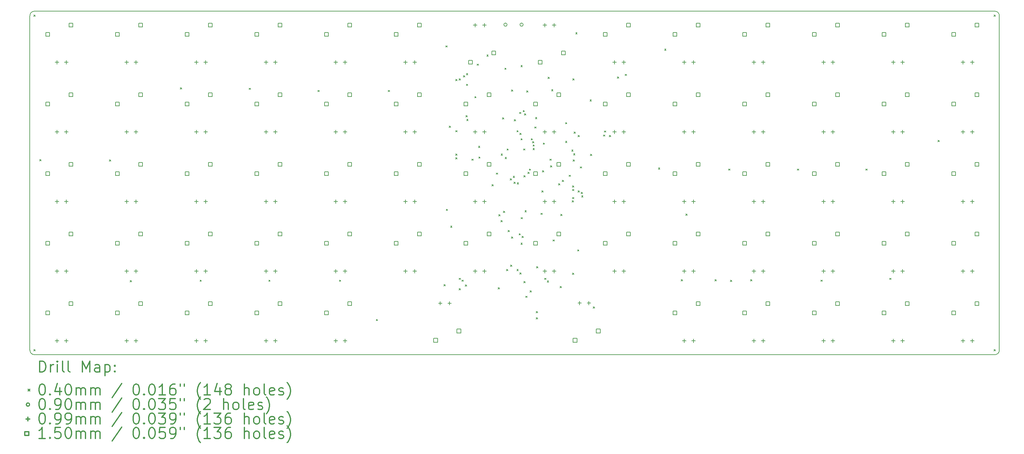
<source format=gbr>
%FSLAX45Y45*%
G04 Gerber Fmt 4.5, Leading zero omitted, Abs format (unit mm)*
G04 Created by KiCad (PCBNEW 4.0.1-stable) date 4/2/2017 1:31:38 AM*
%MOMM*%
G01*
G04 APERTURE LIST*
%ADD10C,0.127000*%
%ADD11C,0.150000*%
%ADD12C,0.200000*%
%ADD13C,0.300000*%
G04 APERTURE END LIST*
D10*
D11*
X125000Y9400000D02*
X26375000Y9400000D01*
X0Y125000D02*
X0Y9275000D01*
X26375000Y0D02*
X125000Y0D01*
X26500000Y9275000D02*
X26500000Y125000D01*
X26375000Y0D02*
G75*
G03X26500000Y125000I0J125000D01*
G01*
X26500000Y9275000D02*
G75*
G03X26375000Y9400000I-125000J0D01*
G01*
X125000Y9400000D02*
G75*
G03X0Y9275000I0J-125000D01*
G01*
X0Y125000D02*
G75*
G03X125000Y0I125000J0D01*
G01*
D12*
X105000Y9295000D02*
X145000Y9255000D01*
X145000Y9295000D02*
X105000Y9255000D01*
X105000Y145000D02*
X145000Y105000D01*
X145000Y145000D02*
X105000Y105000D01*
X270000Y5345000D02*
X310000Y5305000D01*
X310000Y5345000D02*
X270000Y5305000D01*
X2170000Y5335000D02*
X2210000Y5295000D01*
X2210000Y5335000D02*
X2170000Y5295000D01*
X2740000Y2035000D02*
X2780000Y1995000D01*
X2780000Y2035000D02*
X2740000Y1995000D01*
X4110000Y7305000D02*
X4150000Y7265000D01*
X4150000Y7305000D02*
X4110000Y7265000D01*
X4650000Y2045000D02*
X4690000Y2005000D01*
X4690000Y2045000D02*
X4650000Y2005000D01*
X5990000Y7295000D02*
X6030000Y7255000D01*
X6030000Y7295000D02*
X5990000Y7255000D01*
X6530000Y2045000D02*
X6570000Y2005000D01*
X6570000Y2045000D02*
X6530000Y2005000D01*
X7870000Y7235000D02*
X7910000Y7195000D01*
X7910000Y7235000D02*
X7870000Y7195000D01*
X8460000Y2045000D02*
X8500000Y2005000D01*
X8500000Y2045000D02*
X8460000Y2005000D01*
X9467500Y970000D02*
X9507500Y930000D01*
X9507500Y970000D02*
X9467500Y930000D01*
X9790000Y7235000D02*
X9830000Y7195000D01*
X9830000Y7235000D02*
X9790000Y7195000D01*
X11320000Y1925000D02*
X11360000Y1885000D01*
X11360000Y1925000D02*
X11320000Y1885000D01*
X11370000Y8455000D02*
X11410000Y8415000D01*
X11410000Y8455000D02*
X11370000Y8415000D01*
X11380000Y3985000D02*
X11420000Y3945000D01*
X11420000Y3985000D02*
X11380000Y3945000D01*
X11460000Y6255000D02*
X11500000Y6215000D01*
X11500000Y6255000D02*
X11460000Y6215000D01*
X11500000Y3525000D02*
X11540000Y3485000D01*
X11540000Y3525000D02*
X11500000Y3485000D01*
X11640000Y7535000D02*
X11680000Y7495000D01*
X11680000Y7535000D02*
X11640000Y7495000D01*
X11640000Y6135000D02*
X11680000Y6095000D01*
X11680000Y6135000D02*
X11640000Y6095000D01*
X11640000Y5495000D02*
X11680000Y5455000D01*
X11680000Y5495000D02*
X11640000Y5455000D01*
X11640000Y5395000D02*
X11680000Y5355000D01*
X11680000Y5395000D02*
X11640000Y5355000D01*
X11730000Y7555000D02*
X11770000Y7515000D01*
X11770000Y7555000D02*
X11730000Y7515000D01*
X11730000Y2095000D02*
X11770000Y2055000D01*
X11770000Y2095000D02*
X11730000Y2055000D01*
X11730000Y1815000D02*
X11770000Y1775000D01*
X11770000Y1815000D02*
X11730000Y1775000D01*
X11810000Y2045000D02*
X11850000Y2005000D01*
X11850000Y2045000D02*
X11810000Y2005000D01*
X11850000Y7635000D02*
X11890000Y7595000D01*
X11890000Y7635000D02*
X11850000Y7595000D01*
X11900000Y1915000D02*
X11940000Y1875000D01*
X11940000Y1915000D02*
X11900000Y1875000D01*
X11920000Y6545000D02*
X11960000Y6505000D01*
X11960000Y6545000D02*
X11920000Y6505000D01*
X11930000Y7695000D02*
X11970000Y7655000D01*
X11970000Y7695000D02*
X11930000Y7655000D01*
X11930000Y7405000D02*
X11970000Y7365000D01*
X11970000Y7405000D02*
X11930000Y7365000D01*
X11940000Y6445000D02*
X11980000Y6405000D01*
X11980000Y6445000D02*
X11940000Y6405000D01*
X12080000Y5355000D02*
X12120000Y5315000D01*
X12120000Y5355000D02*
X12080000Y5315000D01*
X12160000Y7065000D02*
X12200000Y7025000D01*
X12200000Y7065000D02*
X12160000Y7025000D01*
X12220000Y7955000D02*
X12260000Y7915000D01*
X12260000Y7955000D02*
X12220000Y7915000D01*
X12260000Y5705000D02*
X12300000Y5665000D01*
X12300000Y5705000D02*
X12260000Y5665000D01*
X12270000Y5415000D02*
X12310000Y5375000D01*
X12310000Y5415000D02*
X12270000Y5375000D01*
X12490000Y8205000D02*
X12530000Y8165000D01*
X12530000Y8205000D02*
X12490000Y8165000D01*
X12630000Y4655000D02*
X12670000Y4615000D01*
X12670000Y4655000D02*
X12630000Y4615000D01*
X12750000Y4975000D02*
X12790000Y4935000D01*
X12790000Y4975000D02*
X12750000Y4935000D01*
X12800000Y1835000D02*
X12840000Y1795000D01*
X12840000Y1835000D02*
X12800000Y1795000D01*
X12815000Y3836000D02*
X12855000Y3796000D01*
X12855000Y3836000D02*
X12815000Y3796000D01*
X12873000Y3672000D02*
X12913000Y3632000D01*
X12913000Y3672000D02*
X12873000Y3632000D01*
X12880000Y5495000D02*
X12920000Y5455000D01*
X12920000Y5495000D02*
X12880000Y5455000D01*
X12920000Y6485000D02*
X12960000Y6445000D01*
X12960000Y6485000D02*
X12920000Y6445000D01*
X12941000Y3926000D02*
X12981000Y3886000D01*
X12981000Y3926000D02*
X12941000Y3886000D01*
X12980000Y7845000D02*
X13020000Y7805000D01*
X13020000Y7845000D02*
X12980000Y7805000D01*
X12990000Y5405000D02*
X13030000Y5365000D01*
X13030000Y5405000D02*
X12990000Y5365000D01*
X13030000Y2335000D02*
X13070000Y2295000D01*
X13070000Y2335000D02*
X13030000Y2295000D01*
X13040000Y5635000D02*
X13080000Y5595000D01*
X13080000Y5635000D02*
X13040000Y5595000D01*
X13070000Y3405000D02*
X13110000Y3365000D01*
X13110000Y3405000D02*
X13070000Y3365000D01*
X13130000Y4815000D02*
X13170000Y4775000D01*
X13170000Y4815000D02*
X13130000Y4775000D01*
X13140000Y2455000D02*
X13180000Y2415000D01*
X13180000Y2455000D02*
X13140000Y2415000D01*
X13160000Y7245000D02*
X13200000Y7205000D01*
X13200000Y7245000D02*
X13160000Y7205000D01*
X13160000Y3225000D02*
X13200000Y3185000D01*
X13200000Y3225000D02*
X13160000Y3185000D01*
X13210000Y4885000D02*
X13250000Y4845000D01*
X13250000Y4885000D02*
X13210000Y4845000D01*
X13230000Y4725000D02*
X13270000Y4685000D01*
X13270000Y4725000D02*
X13230000Y4685000D01*
X13240000Y6435000D02*
X13280000Y6395000D01*
X13280000Y6435000D02*
X13240000Y6395000D01*
X13310000Y6135000D02*
X13350000Y6095000D01*
X13350000Y6135000D02*
X13310000Y6095000D01*
X13310000Y2335000D02*
X13350000Y2295000D01*
X13350000Y2335000D02*
X13310000Y2295000D01*
X13320000Y4705000D02*
X13360000Y4665000D01*
X13360000Y4705000D02*
X13320000Y4665000D01*
X13370000Y3315000D02*
X13410000Y3275000D01*
X13410000Y3315000D02*
X13370000Y3275000D01*
X13380000Y6635000D02*
X13420000Y6595000D01*
X13420000Y6635000D02*
X13380000Y6595000D01*
X13390000Y6065000D02*
X13430000Y6025000D01*
X13430000Y6065000D02*
X13390000Y6025000D01*
X13390000Y2245000D02*
X13430000Y2205000D01*
X13430000Y2245000D02*
X13390000Y2205000D01*
X13420000Y7915000D02*
X13460000Y7875000D01*
X13460000Y7915000D02*
X13420000Y7875000D01*
X13420000Y5915000D02*
X13460000Y5875000D01*
X13460000Y5915000D02*
X13420000Y5875000D01*
X13420000Y3055000D02*
X13460000Y3015000D01*
X13460000Y3055000D02*
X13420000Y3015000D01*
X13425000Y3756000D02*
X13465000Y3716000D01*
X13465000Y3756000D02*
X13425000Y3716000D01*
X13450000Y3245000D02*
X13490000Y3205000D01*
X13490000Y3245000D02*
X13450000Y3205000D01*
X13480000Y6685000D02*
X13520000Y6645000D01*
X13520000Y6685000D02*
X13480000Y6645000D01*
X13490000Y5635000D02*
X13530000Y5595000D01*
X13530000Y5635000D02*
X13490000Y5595000D01*
X13500000Y4905000D02*
X13540000Y4865000D01*
X13540000Y4905000D02*
X13500000Y4865000D01*
X13500000Y2005000D02*
X13540000Y1965000D01*
X13540000Y2005000D02*
X13500000Y1965000D01*
X13520000Y6595000D02*
X13560000Y6555000D01*
X13560000Y6595000D02*
X13520000Y6555000D01*
X13530000Y3945000D02*
X13570000Y3905000D01*
X13570000Y3945000D02*
X13530000Y3905000D01*
X13555000Y1605000D02*
X13595000Y1565000D01*
X13595000Y1605000D02*
X13555000Y1565000D01*
X13580000Y7225000D02*
X13620000Y7185000D01*
X13620000Y7225000D02*
X13580000Y7185000D01*
X13610000Y4995000D02*
X13650000Y4955000D01*
X13650000Y4995000D02*
X13610000Y4955000D01*
X13650000Y5085000D02*
X13690000Y5045000D01*
X13690000Y5085000D02*
X13650000Y5045000D01*
X13670000Y1755000D02*
X13710000Y1715000D01*
X13710000Y1755000D02*
X13670000Y1715000D01*
X13700000Y5915000D02*
X13740000Y5875000D01*
X13740000Y5915000D02*
X13700000Y5875000D01*
X13740000Y5835000D02*
X13780000Y5795000D01*
X13780000Y5835000D02*
X13740000Y5795000D01*
X13750000Y5745000D02*
X13790000Y5705000D01*
X13790000Y5745000D02*
X13750000Y5705000D01*
X13750000Y5645000D02*
X13790000Y5605000D01*
X13790000Y5645000D02*
X13750000Y5605000D01*
X13800000Y6235000D02*
X13840000Y6195000D01*
X13840000Y6235000D02*
X13800000Y6195000D01*
X13820000Y6495000D02*
X13860000Y6455000D01*
X13860000Y6495000D02*
X13820000Y6455000D01*
X13840000Y1185000D02*
X13880000Y1145000D01*
X13880000Y1185000D02*
X13840000Y1145000D01*
X13840000Y1015000D02*
X13880000Y975000D01*
X13880000Y1015000D02*
X13840000Y975000D01*
X13850000Y2415000D02*
X13890000Y2375000D01*
X13890000Y2415000D02*
X13850000Y2375000D01*
X13970000Y3875000D02*
X14010000Y3835000D01*
X14010000Y3875000D02*
X13970000Y3835000D01*
X13990000Y4485000D02*
X14030000Y4445000D01*
X14030000Y4485000D02*
X13990000Y4445000D01*
X14010000Y5035000D02*
X14050000Y4995000D01*
X14050000Y5035000D02*
X14010000Y4995000D01*
X14030000Y5795000D02*
X14070000Y5755000D01*
X14070000Y5795000D02*
X14030000Y5755000D01*
X14070000Y2095000D02*
X14110000Y2055000D01*
X14110000Y2095000D02*
X14070000Y2055000D01*
X14140000Y2025000D02*
X14180000Y1985000D01*
X14180000Y2025000D02*
X14140000Y1985000D01*
X14160000Y7595000D02*
X14200000Y7555000D01*
X14200000Y7595000D02*
X14160000Y7555000D01*
X14210000Y5355000D02*
X14250000Y5315000D01*
X14250000Y5355000D02*
X14210000Y5315000D01*
X14230000Y5175000D02*
X14270000Y5135000D01*
X14270000Y5175000D02*
X14230000Y5135000D01*
X14260000Y7255000D02*
X14300000Y7215000D01*
X14300000Y7255000D02*
X14260000Y7215000D01*
X14300000Y3145000D02*
X14340000Y3105000D01*
X14340000Y3145000D02*
X14300000Y3105000D01*
X14450000Y4685000D02*
X14490000Y4645000D01*
X14490000Y4685000D02*
X14450000Y4645000D01*
X14495000Y1870000D02*
X14535000Y1830000D01*
X14535000Y1870000D02*
X14495000Y1830000D01*
X14510000Y3845000D02*
X14550000Y3805000D01*
X14550000Y3845000D02*
X14510000Y3805000D01*
X14550000Y4775000D02*
X14590000Y4735000D01*
X14590000Y4775000D02*
X14550000Y4735000D01*
X14640000Y6355000D02*
X14680000Y6315000D01*
X14680000Y6355000D02*
X14640000Y6315000D01*
X14640000Y5845000D02*
X14680000Y5805000D01*
X14680000Y5845000D02*
X14640000Y5805000D01*
X14740000Y4915000D02*
X14780000Y4875000D01*
X14780000Y4915000D02*
X14740000Y4875000D01*
X14810000Y5605000D02*
X14850000Y5565000D01*
X14850000Y5605000D02*
X14810000Y5565000D01*
X14820000Y4215000D02*
X14860000Y4175000D01*
X14860000Y4215000D02*
X14820000Y4175000D01*
X14830000Y4625000D02*
X14870000Y4585000D01*
X14870000Y4625000D02*
X14830000Y4585000D01*
X14830000Y4525000D02*
X14870000Y4485000D01*
X14870000Y4525000D02*
X14830000Y4485000D01*
X14830000Y4305000D02*
X14870000Y4265000D01*
X14870000Y4305000D02*
X14830000Y4265000D01*
X14830000Y2235000D02*
X14870000Y2195000D01*
X14870000Y2235000D02*
X14830000Y2195000D01*
X14840000Y7555000D02*
X14880000Y7515000D01*
X14880000Y7555000D02*
X14840000Y7515000D01*
X14850000Y5335000D02*
X14890000Y5295000D01*
X14890000Y5335000D02*
X14850000Y5295000D01*
X14860000Y5505000D02*
X14900000Y5465000D01*
X14900000Y5505000D02*
X14860000Y5465000D01*
X14870000Y6095000D02*
X14910000Y6055000D01*
X14910000Y6095000D02*
X14870000Y6055000D01*
X14920000Y8815000D02*
X14960000Y8775000D01*
X14960000Y8815000D02*
X14920000Y8775000D01*
X14970000Y2875000D02*
X15010000Y2835000D01*
X15010000Y2875000D02*
X14970000Y2835000D01*
X14980000Y6005000D02*
X15020000Y5965000D01*
X15020000Y6005000D02*
X14980000Y5965000D01*
X14980000Y4485000D02*
X15020000Y4445000D01*
X15020000Y4485000D02*
X14980000Y4445000D01*
X15040000Y5145000D02*
X15080000Y5105000D01*
X15080000Y5145000D02*
X15040000Y5105000D01*
X15070000Y4445000D02*
X15110000Y4405000D01*
X15110000Y4445000D02*
X15070000Y4405000D01*
X15080000Y4355000D02*
X15120000Y4315000D01*
X15120000Y4355000D02*
X15080000Y4315000D01*
X15310000Y6975000D02*
X15350000Y6935000D01*
X15350000Y6975000D02*
X15310000Y6935000D01*
X15320000Y5485000D02*
X15360000Y5445000D01*
X15360000Y5485000D02*
X15320000Y5445000D01*
X15400000Y1315000D02*
X15440000Y1275000D01*
X15440000Y1315000D02*
X15400000Y1275000D01*
X15680000Y6015000D02*
X15720000Y5975000D01*
X15720000Y6015000D02*
X15680000Y5975000D01*
X15700000Y6125000D02*
X15740000Y6085000D01*
X15740000Y6125000D02*
X15700000Y6085000D01*
X15840000Y6005000D02*
X15880000Y5965000D01*
X15880000Y6005000D02*
X15840000Y5965000D01*
X16060000Y7605000D02*
X16100000Y7565000D01*
X16100000Y7605000D02*
X16060000Y7565000D01*
X16270000Y7675000D02*
X16310000Y7635000D01*
X16310000Y7675000D02*
X16270000Y7635000D01*
X17180000Y5115000D02*
X17220000Y5075000D01*
X17220000Y5115000D02*
X17180000Y5075000D01*
X17350000Y8365000D02*
X17390000Y8325000D01*
X17390000Y8365000D02*
X17350000Y8325000D01*
X17800000Y2055000D02*
X17840000Y2015000D01*
X17840000Y2055000D02*
X17800000Y2015000D01*
X17930000Y3855000D02*
X17970000Y3815000D01*
X17970000Y3855000D02*
X17930000Y3815000D01*
X18725000Y2060000D02*
X18765000Y2020000D01*
X18765000Y2060000D02*
X18725000Y2020000D01*
X19100000Y5085000D02*
X19140000Y5045000D01*
X19140000Y5085000D02*
X19100000Y5045000D01*
X19150000Y2040000D02*
X19190000Y2000000D01*
X19190000Y2040000D02*
X19150000Y2000000D01*
X19700000Y2055000D02*
X19740000Y2015000D01*
X19740000Y2055000D02*
X19700000Y2015000D01*
X20980000Y5085000D02*
X21020000Y5045000D01*
X21020000Y5085000D02*
X20980000Y5045000D01*
X21620000Y2045000D02*
X21660000Y2005000D01*
X21660000Y2045000D02*
X21620000Y2005000D01*
X22850000Y5085000D02*
X22890000Y5045000D01*
X22890000Y5085000D02*
X22850000Y5045000D01*
X23500000Y2095000D02*
X23540000Y2055000D01*
X23540000Y2095000D02*
X23500000Y2055000D01*
X24820000Y5865000D02*
X24860000Y5825000D01*
X24860000Y5865000D02*
X24820000Y5825000D01*
X26355000Y9295000D02*
X26395000Y9255000D01*
X26395000Y9295000D02*
X26355000Y9255000D01*
X26355000Y145000D02*
X26395000Y105000D01*
X26395000Y145000D02*
X26355000Y105000D01*
X13045000Y9030000D02*
G75*
G03X13045000Y9030000I-45000J0D01*
G01*
X13485000Y9030000D02*
G75*
G03X13485000Y9030000I-45000J0D01*
G01*
X740500Y8051530D02*
X740500Y7952470D01*
X690970Y8002000D02*
X790030Y8002000D01*
X740500Y6146530D02*
X740500Y6047470D01*
X690970Y6097000D02*
X790030Y6097000D01*
X740500Y4241530D02*
X740500Y4142470D01*
X690970Y4192000D02*
X790030Y4192000D01*
X740500Y2336530D02*
X740500Y2237470D01*
X690970Y2287000D02*
X790030Y2287000D01*
X740500Y431530D02*
X740500Y332470D01*
X690970Y382000D02*
X790030Y382000D01*
X994500Y8051530D02*
X994500Y7952470D01*
X944970Y8002000D02*
X1044030Y8002000D01*
X994500Y6146530D02*
X994500Y6047470D01*
X944970Y6097000D02*
X1044030Y6097000D01*
X994500Y4241530D02*
X994500Y4142470D01*
X944970Y4192000D02*
X1044030Y4192000D01*
X994500Y2336530D02*
X994500Y2237470D01*
X944970Y2287000D02*
X1044030Y2287000D01*
X994500Y431530D02*
X994500Y332470D01*
X944970Y382000D02*
X1044030Y382000D01*
X2645500Y8051530D02*
X2645500Y7952470D01*
X2595970Y8002000D02*
X2695030Y8002000D01*
X2645500Y6146530D02*
X2645500Y6047470D01*
X2595970Y6097000D02*
X2695030Y6097000D01*
X2645500Y4241530D02*
X2645500Y4142470D01*
X2595970Y4192000D02*
X2695030Y4192000D01*
X2645500Y2336530D02*
X2645500Y2237470D01*
X2595970Y2287000D02*
X2695030Y2287000D01*
X2645500Y431530D02*
X2645500Y332470D01*
X2595970Y382000D02*
X2695030Y382000D01*
X2899500Y8051530D02*
X2899500Y7952470D01*
X2849970Y8002000D02*
X2949030Y8002000D01*
X2899500Y6146530D02*
X2899500Y6047470D01*
X2849970Y6097000D02*
X2949030Y6097000D01*
X2899500Y4241530D02*
X2899500Y4142470D01*
X2849970Y4192000D02*
X2949030Y4192000D01*
X2899500Y2336530D02*
X2899500Y2237470D01*
X2849970Y2287000D02*
X2949030Y2287000D01*
X2899500Y431530D02*
X2899500Y332470D01*
X2849970Y382000D02*
X2949030Y382000D01*
X4550500Y8051530D02*
X4550500Y7952470D01*
X4500970Y8002000D02*
X4600030Y8002000D01*
X4550500Y6146530D02*
X4550500Y6047470D01*
X4500970Y6097000D02*
X4600030Y6097000D01*
X4550500Y4241530D02*
X4550500Y4142470D01*
X4500970Y4192000D02*
X4600030Y4192000D01*
X4550500Y2336530D02*
X4550500Y2237470D01*
X4500970Y2287000D02*
X4600030Y2287000D01*
X4550500Y431530D02*
X4550500Y332470D01*
X4500970Y382000D02*
X4600030Y382000D01*
X4804500Y8051530D02*
X4804500Y7952470D01*
X4754970Y8002000D02*
X4854030Y8002000D01*
X4804500Y6146530D02*
X4804500Y6047470D01*
X4754970Y6097000D02*
X4854030Y6097000D01*
X4804500Y4241530D02*
X4804500Y4142470D01*
X4754970Y4192000D02*
X4854030Y4192000D01*
X4804500Y2336530D02*
X4804500Y2237470D01*
X4754970Y2287000D02*
X4854030Y2287000D01*
X4804500Y431530D02*
X4804500Y332470D01*
X4754970Y382000D02*
X4854030Y382000D01*
X6455500Y8051530D02*
X6455500Y7952470D01*
X6405970Y8002000D02*
X6505030Y8002000D01*
X6455500Y6146530D02*
X6455500Y6047470D01*
X6405970Y6097000D02*
X6505030Y6097000D01*
X6455500Y4241530D02*
X6455500Y4142470D01*
X6405970Y4192000D02*
X6505030Y4192000D01*
X6455500Y2336530D02*
X6455500Y2237470D01*
X6405970Y2287000D02*
X6505030Y2287000D01*
X6455500Y431530D02*
X6455500Y332470D01*
X6405970Y382000D02*
X6505030Y382000D01*
X6709500Y8051530D02*
X6709500Y7952470D01*
X6659970Y8002000D02*
X6759030Y8002000D01*
X6709500Y6146530D02*
X6709500Y6047470D01*
X6659970Y6097000D02*
X6759030Y6097000D01*
X6709500Y4241530D02*
X6709500Y4142470D01*
X6659970Y4192000D02*
X6759030Y4192000D01*
X6709500Y2336530D02*
X6709500Y2237470D01*
X6659970Y2287000D02*
X6759030Y2287000D01*
X6709500Y431530D02*
X6709500Y332470D01*
X6659970Y382000D02*
X6759030Y382000D01*
X8360500Y8051530D02*
X8360500Y7952470D01*
X8310970Y8002000D02*
X8410030Y8002000D01*
X8360500Y6146530D02*
X8360500Y6047470D01*
X8310970Y6097000D02*
X8410030Y6097000D01*
X8360500Y4241530D02*
X8360500Y4142470D01*
X8310970Y4192000D02*
X8410030Y4192000D01*
X8360500Y2336530D02*
X8360500Y2237470D01*
X8310970Y2287000D02*
X8410030Y2287000D01*
X8360500Y431530D02*
X8360500Y332470D01*
X8310970Y382000D02*
X8410030Y382000D01*
X8614500Y8051530D02*
X8614500Y7952470D01*
X8564970Y8002000D02*
X8664030Y8002000D01*
X8614500Y6146530D02*
X8614500Y6047470D01*
X8564970Y6097000D02*
X8664030Y6097000D01*
X8614500Y4241530D02*
X8614500Y4142470D01*
X8564970Y4192000D02*
X8664030Y4192000D01*
X8614500Y2336530D02*
X8614500Y2237470D01*
X8564970Y2287000D02*
X8664030Y2287000D01*
X8614500Y431530D02*
X8614500Y332470D01*
X8564970Y382000D02*
X8664030Y382000D01*
X10265500Y8051530D02*
X10265500Y7952470D01*
X10215970Y8002000D02*
X10315030Y8002000D01*
X10265500Y6146530D02*
X10265500Y6047470D01*
X10215970Y6097000D02*
X10315030Y6097000D01*
X10265500Y4241530D02*
X10265500Y4142470D01*
X10215970Y4192000D02*
X10315030Y4192000D01*
X10265500Y2336530D02*
X10265500Y2237470D01*
X10215970Y2287000D02*
X10315030Y2287000D01*
X10519500Y8051530D02*
X10519500Y7952470D01*
X10469970Y8002000D02*
X10569030Y8002000D01*
X10519500Y6146530D02*
X10519500Y6047470D01*
X10469970Y6097000D02*
X10569030Y6097000D01*
X10519500Y4241530D02*
X10519500Y4142470D01*
X10469970Y4192000D02*
X10569030Y4192000D01*
X10519500Y2336530D02*
X10519500Y2237470D01*
X10469970Y2287000D02*
X10569030Y2287000D01*
X11218000Y1460030D02*
X11218000Y1360970D01*
X11168470Y1410500D02*
X11267530Y1410500D01*
X11472000Y1460030D02*
X11472000Y1360970D01*
X11422470Y1410500D02*
X11521530Y1410500D01*
X12170500Y9067530D02*
X12170500Y8968470D01*
X12120970Y9018000D02*
X12220030Y9018000D01*
X12170500Y6146530D02*
X12170500Y6047470D01*
X12120970Y6097000D02*
X12220030Y6097000D01*
X12170500Y4241530D02*
X12170500Y4142470D01*
X12120970Y4192000D02*
X12220030Y4192000D01*
X12170500Y2336530D02*
X12170500Y2237470D01*
X12120970Y2287000D02*
X12220030Y2287000D01*
X12424500Y9067530D02*
X12424500Y8968470D01*
X12374970Y9018000D02*
X12474030Y9018000D01*
X12424500Y6146530D02*
X12424500Y6047470D01*
X12374970Y6097000D02*
X12474030Y6097000D01*
X12424500Y4241530D02*
X12424500Y4142470D01*
X12374970Y4192000D02*
X12474030Y4192000D01*
X12424500Y2336530D02*
X12424500Y2237470D01*
X12374970Y2287000D02*
X12474030Y2287000D01*
X14075500Y9067530D02*
X14075500Y8968470D01*
X14025970Y9018000D02*
X14125030Y9018000D01*
X14075500Y6146530D02*
X14075500Y6047470D01*
X14025970Y6097000D02*
X14125030Y6097000D01*
X14075500Y4241530D02*
X14075500Y4142470D01*
X14025970Y4192000D02*
X14125030Y4192000D01*
X14075500Y2336530D02*
X14075500Y2237470D01*
X14025970Y2287000D02*
X14125030Y2287000D01*
X14329500Y9067530D02*
X14329500Y8968470D01*
X14279970Y9018000D02*
X14379030Y9018000D01*
X14329500Y6146530D02*
X14329500Y6047470D01*
X14279970Y6097000D02*
X14379030Y6097000D01*
X14329500Y4241530D02*
X14329500Y4142470D01*
X14279970Y4192000D02*
X14379030Y4192000D01*
X14329500Y2336530D02*
X14329500Y2237470D01*
X14279970Y2287000D02*
X14379030Y2287000D01*
X15028000Y1462530D02*
X15028000Y1363470D01*
X14978470Y1413000D02*
X15077530Y1413000D01*
X15282000Y1462530D02*
X15282000Y1363470D01*
X15232470Y1413000D02*
X15331530Y1413000D01*
X15980500Y8051530D02*
X15980500Y7952470D01*
X15930970Y8002000D02*
X16030030Y8002000D01*
X15980500Y6146530D02*
X15980500Y6047470D01*
X15930970Y6097000D02*
X16030030Y6097000D01*
X15980500Y4241530D02*
X15980500Y4142470D01*
X15930970Y4192000D02*
X16030030Y4192000D01*
X15980500Y2336530D02*
X15980500Y2237470D01*
X15930970Y2287000D02*
X16030030Y2287000D01*
X16234500Y8051530D02*
X16234500Y7952470D01*
X16184970Y8002000D02*
X16284030Y8002000D01*
X16234500Y6146530D02*
X16234500Y6047470D01*
X16184970Y6097000D02*
X16284030Y6097000D01*
X16234500Y4241530D02*
X16234500Y4142470D01*
X16184970Y4192000D02*
X16284030Y4192000D01*
X16234500Y2336530D02*
X16234500Y2237470D01*
X16184970Y2287000D02*
X16284030Y2287000D01*
X17885500Y8051530D02*
X17885500Y7952470D01*
X17835970Y8002000D02*
X17935030Y8002000D01*
X17885500Y6146530D02*
X17885500Y6047470D01*
X17835970Y6097000D02*
X17935030Y6097000D01*
X17885500Y4241530D02*
X17885500Y4142470D01*
X17835970Y4192000D02*
X17935030Y4192000D01*
X17885500Y2336530D02*
X17885500Y2237470D01*
X17835970Y2287000D02*
X17935030Y2287000D01*
X17885500Y431530D02*
X17885500Y332470D01*
X17835970Y382000D02*
X17935030Y382000D01*
X18139500Y8051530D02*
X18139500Y7952470D01*
X18089970Y8002000D02*
X18189030Y8002000D01*
X18139500Y6146530D02*
X18139500Y6047470D01*
X18089970Y6097000D02*
X18189030Y6097000D01*
X18139500Y4241530D02*
X18139500Y4142470D01*
X18089970Y4192000D02*
X18189030Y4192000D01*
X18139500Y2336530D02*
X18139500Y2237470D01*
X18089970Y2287000D02*
X18189030Y2287000D01*
X18139500Y431530D02*
X18139500Y332470D01*
X18089970Y382000D02*
X18189030Y382000D01*
X19790500Y8051530D02*
X19790500Y7952470D01*
X19740970Y8002000D02*
X19840030Y8002000D01*
X19790500Y6146530D02*
X19790500Y6047470D01*
X19740970Y6097000D02*
X19840030Y6097000D01*
X19790500Y4241530D02*
X19790500Y4142470D01*
X19740970Y4192000D02*
X19840030Y4192000D01*
X19790500Y2336530D02*
X19790500Y2237470D01*
X19740970Y2287000D02*
X19840030Y2287000D01*
X19790500Y431530D02*
X19790500Y332470D01*
X19740970Y382000D02*
X19840030Y382000D01*
X20044500Y8051530D02*
X20044500Y7952470D01*
X19994970Y8002000D02*
X20094030Y8002000D01*
X20044500Y6146530D02*
X20044500Y6047470D01*
X19994970Y6097000D02*
X20094030Y6097000D01*
X20044500Y4241530D02*
X20044500Y4142470D01*
X19994970Y4192000D02*
X20094030Y4192000D01*
X20044500Y2336530D02*
X20044500Y2237470D01*
X19994970Y2287000D02*
X20094030Y2287000D01*
X20044500Y431530D02*
X20044500Y332470D01*
X19994970Y382000D02*
X20094030Y382000D01*
X21695500Y8051530D02*
X21695500Y7952470D01*
X21645970Y8002000D02*
X21745030Y8002000D01*
X21695500Y6146530D02*
X21695500Y6047470D01*
X21645970Y6097000D02*
X21745030Y6097000D01*
X21695500Y4241530D02*
X21695500Y4142470D01*
X21645970Y4192000D02*
X21745030Y4192000D01*
X21695500Y2336530D02*
X21695500Y2237470D01*
X21645970Y2287000D02*
X21745030Y2287000D01*
X21695500Y431530D02*
X21695500Y332470D01*
X21645970Y382000D02*
X21745030Y382000D01*
X21949500Y8051530D02*
X21949500Y7952470D01*
X21899970Y8002000D02*
X21999030Y8002000D01*
X21949500Y6146530D02*
X21949500Y6047470D01*
X21899970Y6097000D02*
X21999030Y6097000D01*
X21949500Y4241530D02*
X21949500Y4142470D01*
X21899970Y4192000D02*
X21999030Y4192000D01*
X21949500Y2336530D02*
X21949500Y2237470D01*
X21899970Y2287000D02*
X21999030Y2287000D01*
X21949500Y431530D02*
X21949500Y332470D01*
X21899970Y382000D02*
X21999030Y382000D01*
X23600500Y8051530D02*
X23600500Y7952470D01*
X23550970Y8002000D02*
X23650030Y8002000D01*
X23600500Y6146530D02*
X23600500Y6047470D01*
X23550970Y6097000D02*
X23650030Y6097000D01*
X23600500Y4241530D02*
X23600500Y4142470D01*
X23550970Y4192000D02*
X23650030Y4192000D01*
X23600500Y2336530D02*
X23600500Y2237470D01*
X23550970Y2287000D02*
X23650030Y2287000D01*
X23600500Y431530D02*
X23600500Y332470D01*
X23550970Y382000D02*
X23650030Y382000D01*
X23854500Y8051530D02*
X23854500Y7952470D01*
X23804970Y8002000D02*
X23904030Y8002000D01*
X23854500Y6146530D02*
X23854500Y6047470D01*
X23804970Y6097000D02*
X23904030Y6097000D01*
X23854500Y4241530D02*
X23854500Y4142470D01*
X23804970Y4192000D02*
X23904030Y4192000D01*
X23854500Y2336530D02*
X23854500Y2237470D01*
X23804970Y2287000D02*
X23904030Y2287000D01*
X23854500Y431530D02*
X23854500Y332470D01*
X23804970Y382000D02*
X23904030Y382000D01*
X25505500Y8051530D02*
X25505500Y7952470D01*
X25455970Y8002000D02*
X25555030Y8002000D01*
X25505500Y6146530D02*
X25505500Y6047470D01*
X25455970Y6097000D02*
X25555030Y6097000D01*
X25505500Y4241530D02*
X25505500Y4142470D01*
X25455970Y4192000D02*
X25555030Y4192000D01*
X25505500Y2336530D02*
X25505500Y2237470D01*
X25455970Y2287000D02*
X25555030Y2287000D01*
X25505500Y431530D02*
X25505500Y332470D01*
X25455970Y382000D02*
X25555030Y382000D01*
X25759500Y8051530D02*
X25759500Y7952470D01*
X25709970Y8002000D02*
X25809030Y8002000D01*
X25759500Y6146530D02*
X25759500Y6047470D01*
X25709970Y6097000D02*
X25809030Y6097000D01*
X25759500Y4241530D02*
X25759500Y4142470D01*
X25709970Y4192000D02*
X25809030Y4192000D01*
X25759500Y2336530D02*
X25759500Y2237470D01*
X25709970Y2287000D02*
X25809030Y2287000D01*
X25759500Y431530D02*
X25759500Y332470D01*
X25709970Y382000D02*
X25809030Y382000D01*
X539484Y8711016D02*
X539484Y8816984D01*
X433516Y8816984D01*
X433516Y8711016D01*
X539484Y8711016D01*
X539484Y6806016D02*
X539484Y6911984D01*
X433516Y6911984D01*
X433516Y6806016D01*
X539484Y6806016D01*
X539484Y4901016D02*
X539484Y5006984D01*
X433516Y5006984D01*
X433516Y4901016D01*
X539484Y4901016D01*
X539484Y2996016D02*
X539484Y3101984D01*
X433516Y3101984D01*
X433516Y2996016D01*
X539484Y2996016D01*
X539484Y1091016D02*
X539484Y1196984D01*
X433516Y1196984D01*
X433516Y1091016D01*
X539484Y1091016D01*
X1174484Y8965016D02*
X1174484Y9070984D01*
X1068516Y9070984D01*
X1068516Y8965016D01*
X1174484Y8965016D01*
X1174484Y7060016D02*
X1174484Y7165984D01*
X1068516Y7165984D01*
X1068516Y7060016D01*
X1174484Y7060016D01*
X1174484Y5155016D02*
X1174484Y5260984D01*
X1068516Y5260984D01*
X1068516Y5155016D01*
X1174484Y5155016D01*
X1174484Y3250016D02*
X1174484Y3355984D01*
X1068516Y3355984D01*
X1068516Y3250016D01*
X1174484Y3250016D01*
X1174484Y1345016D02*
X1174484Y1450984D01*
X1068516Y1450984D01*
X1068516Y1345016D01*
X1174484Y1345016D01*
X2444484Y8711016D02*
X2444484Y8816984D01*
X2338516Y8816984D01*
X2338516Y8711016D01*
X2444484Y8711016D01*
X2444484Y6806016D02*
X2444484Y6911984D01*
X2338516Y6911984D01*
X2338516Y6806016D01*
X2444484Y6806016D01*
X2444484Y4901016D02*
X2444484Y5006984D01*
X2338516Y5006984D01*
X2338516Y4901016D01*
X2444484Y4901016D01*
X2444484Y2996016D02*
X2444484Y3101984D01*
X2338516Y3101984D01*
X2338516Y2996016D01*
X2444484Y2996016D01*
X2444484Y1091016D02*
X2444484Y1196984D01*
X2338516Y1196984D01*
X2338516Y1091016D01*
X2444484Y1091016D01*
X3079484Y8965016D02*
X3079484Y9070984D01*
X2973516Y9070984D01*
X2973516Y8965016D01*
X3079484Y8965016D01*
X3079484Y7060016D02*
X3079484Y7165984D01*
X2973516Y7165984D01*
X2973516Y7060016D01*
X3079484Y7060016D01*
X3079484Y5155016D02*
X3079484Y5260984D01*
X2973516Y5260984D01*
X2973516Y5155016D01*
X3079484Y5155016D01*
X3079484Y3250016D02*
X3079484Y3355984D01*
X2973516Y3355984D01*
X2973516Y3250016D01*
X3079484Y3250016D01*
X3079484Y1345016D02*
X3079484Y1450984D01*
X2973516Y1450984D01*
X2973516Y1345016D01*
X3079484Y1345016D01*
X4349484Y8711016D02*
X4349484Y8816984D01*
X4243516Y8816984D01*
X4243516Y8711016D01*
X4349484Y8711016D01*
X4349484Y6806016D02*
X4349484Y6911984D01*
X4243516Y6911984D01*
X4243516Y6806016D01*
X4349484Y6806016D01*
X4349484Y4901016D02*
X4349484Y5006984D01*
X4243516Y5006984D01*
X4243516Y4901016D01*
X4349484Y4901016D01*
X4349484Y2996016D02*
X4349484Y3101984D01*
X4243516Y3101984D01*
X4243516Y2996016D01*
X4349484Y2996016D01*
X4349484Y1091016D02*
X4349484Y1196984D01*
X4243516Y1196984D01*
X4243516Y1091016D01*
X4349484Y1091016D01*
X4984484Y8965016D02*
X4984484Y9070984D01*
X4878516Y9070984D01*
X4878516Y8965016D01*
X4984484Y8965016D01*
X4984484Y7060016D02*
X4984484Y7165984D01*
X4878516Y7165984D01*
X4878516Y7060016D01*
X4984484Y7060016D01*
X4984484Y5155016D02*
X4984484Y5260984D01*
X4878516Y5260984D01*
X4878516Y5155016D01*
X4984484Y5155016D01*
X4984484Y3250016D02*
X4984484Y3355984D01*
X4878516Y3355984D01*
X4878516Y3250016D01*
X4984484Y3250016D01*
X4984484Y1345016D02*
X4984484Y1450984D01*
X4878516Y1450984D01*
X4878516Y1345016D01*
X4984484Y1345016D01*
X6254484Y8711016D02*
X6254484Y8816984D01*
X6148516Y8816984D01*
X6148516Y8711016D01*
X6254484Y8711016D01*
X6254484Y6806016D02*
X6254484Y6911984D01*
X6148516Y6911984D01*
X6148516Y6806016D01*
X6254484Y6806016D01*
X6254484Y4901016D02*
X6254484Y5006984D01*
X6148516Y5006984D01*
X6148516Y4901016D01*
X6254484Y4901016D01*
X6254484Y2996016D02*
X6254484Y3101984D01*
X6148516Y3101984D01*
X6148516Y2996016D01*
X6254484Y2996016D01*
X6254484Y1091016D02*
X6254484Y1196984D01*
X6148516Y1196984D01*
X6148516Y1091016D01*
X6254484Y1091016D01*
X6889484Y8965016D02*
X6889484Y9070984D01*
X6783516Y9070984D01*
X6783516Y8965016D01*
X6889484Y8965016D01*
X6889484Y7060016D02*
X6889484Y7165984D01*
X6783516Y7165984D01*
X6783516Y7060016D01*
X6889484Y7060016D01*
X6889484Y5155016D02*
X6889484Y5260984D01*
X6783516Y5260984D01*
X6783516Y5155016D01*
X6889484Y5155016D01*
X6889484Y3250016D02*
X6889484Y3355984D01*
X6783516Y3355984D01*
X6783516Y3250016D01*
X6889484Y3250016D01*
X6889484Y1345016D02*
X6889484Y1450984D01*
X6783516Y1450984D01*
X6783516Y1345016D01*
X6889484Y1345016D01*
X8159484Y8711016D02*
X8159484Y8816984D01*
X8053516Y8816984D01*
X8053516Y8711016D01*
X8159484Y8711016D01*
X8159484Y6806016D02*
X8159484Y6911984D01*
X8053516Y6911984D01*
X8053516Y6806016D01*
X8159484Y6806016D01*
X8159484Y4901016D02*
X8159484Y5006984D01*
X8053516Y5006984D01*
X8053516Y4901016D01*
X8159484Y4901016D01*
X8159484Y2996016D02*
X8159484Y3101984D01*
X8053516Y3101984D01*
X8053516Y2996016D01*
X8159484Y2996016D01*
X8159484Y1091016D02*
X8159484Y1196984D01*
X8053516Y1196984D01*
X8053516Y1091016D01*
X8159484Y1091016D01*
X8794484Y8965016D02*
X8794484Y9070984D01*
X8688516Y9070984D01*
X8688516Y8965016D01*
X8794484Y8965016D01*
X8794484Y7060016D02*
X8794484Y7165984D01*
X8688516Y7165984D01*
X8688516Y7060016D01*
X8794484Y7060016D01*
X8794484Y5155016D02*
X8794484Y5260984D01*
X8688516Y5260984D01*
X8688516Y5155016D01*
X8794484Y5155016D01*
X8794484Y3250016D02*
X8794484Y3355984D01*
X8688516Y3355984D01*
X8688516Y3250016D01*
X8794484Y3250016D01*
X8794484Y1345016D02*
X8794484Y1450984D01*
X8688516Y1450984D01*
X8688516Y1345016D01*
X8794484Y1345016D01*
X10064484Y8711016D02*
X10064484Y8816984D01*
X9958516Y8816984D01*
X9958516Y8711016D01*
X10064484Y8711016D01*
X10064484Y6806016D02*
X10064484Y6911984D01*
X9958516Y6911984D01*
X9958516Y6806016D01*
X10064484Y6806016D01*
X10064484Y4901016D02*
X10064484Y5006984D01*
X9958516Y5006984D01*
X9958516Y4901016D01*
X10064484Y4901016D01*
X10064484Y2996016D02*
X10064484Y3101984D01*
X9958516Y3101984D01*
X9958516Y2996016D01*
X10064484Y2996016D01*
X10699484Y8965016D02*
X10699484Y9070984D01*
X10593516Y9070984D01*
X10593516Y8965016D01*
X10699484Y8965016D01*
X10699484Y7060016D02*
X10699484Y7165984D01*
X10593516Y7165984D01*
X10593516Y7060016D01*
X10699484Y7060016D01*
X10699484Y5155016D02*
X10699484Y5260984D01*
X10593516Y5260984D01*
X10593516Y5155016D01*
X10699484Y5155016D01*
X10699484Y3250016D02*
X10699484Y3355984D01*
X10593516Y3355984D01*
X10593516Y3250016D01*
X10699484Y3250016D01*
X11143984Y341516D02*
X11143984Y447484D01*
X11038016Y447484D01*
X11038016Y341516D01*
X11143984Y341516D01*
X11778984Y595516D02*
X11778984Y701484D01*
X11673016Y701484D01*
X11673016Y595516D01*
X11778984Y595516D01*
X11969484Y6806016D02*
X11969484Y6911984D01*
X11863516Y6911984D01*
X11863516Y6806016D01*
X11969484Y6806016D01*
X11969484Y4901016D02*
X11969484Y5006984D01*
X11863516Y5006984D01*
X11863516Y4901016D01*
X11969484Y4901016D01*
X11969484Y2996016D02*
X11969484Y3101984D01*
X11863516Y3101984D01*
X11863516Y2996016D01*
X11969484Y2996016D01*
X12096484Y7949016D02*
X12096484Y8054984D01*
X11990516Y8054984D01*
X11990516Y7949016D01*
X12096484Y7949016D01*
X12604484Y7060016D02*
X12604484Y7165984D01*
X12498516Y7165984D01*
X12498516Y7060016D01*
X12604484Y7060016D01*
X12604484Y5155016D02*
X12604484Y5260984D01*
X12498516Y5260984D01*
X12498516Y5155016D01*
X12604484Y5155016D01*
X12604484Y3250016D02*
X12604484Y3355984D01*
X12498516Y3355984D01*
X12498516Y3250016D01*
X12604484Y3250016D01*
X12731484Y8203016D02*
X12731484Y8308984D01*
X12625516Y8308984D01*
X12625516Y8203016D01*
X12731484Y8203016D01*
X13874484Y6806016D02*
X13874484Y6911984D01*
X13768516Y6911984D01*
X13768516Y6806016D01*
X13874484Y6806016D01*
X13874484Y4901016D02*
X13874484Y5006984D01*
X13768516Y5006984D01*
X13768516Y4901016D01*
X13874484Y4901016D01*
X13874484Y2996016D02*
X13874484Y3101984D01*
X13768516Y3101984D01*
X13768516Y2996016D01*
X13874484Y2996016D01*
X14001484Y7949016D02*
X14001484Y8054984D01*
X13895516Y8054984D01*
X13895516Y7949016D01*
X14001484Y7949016D01*
X14509484Y7060016D02*
X14509484Y7165984D01*
X14403516Y7165984D01*
X14403516Y7060016D01*
X14509484Y7060016D01*
X14509484Y5155016D02*
X14509484Y5260984D01*
X14403516Y5260984D01*
X14403516Y5155016D01*
X14509484Y5155016D01*
X14509484Y3250016D02*
X14509484Y3355984D01*
X14403516Y3355984D01*
X14403516Y3250016D01*
X14509484Y3250016D01*
X14636484Y8203016D02*
X14636484Y8308984D01*
X14530516Y8308984D01*
X14530516Y8203016D01*
X14636484Y8203016D01*
X14953984Y344016D02*
X14953984Y449984D01*
X14848016Y449984D01*
X14848016Y344016D01*
X14953984Y344016D01*
X15588984Y598016D02*
X15588984Y703984D01*
X15483016Y703984D01*
X15483016Y598016D01*
X15588984Y598016D01*
X15779484Y8711016D02*
X15779484Y8816984D01*
X15673516Y8816984D01*
X15673516Y8711016D01*
X15779484Y8711016D01*
X15779484Y6806016D02*
X15779484Y6911984D01*
X15673516Y6911984D01*
X15673516Y6806016D01*
X15779484Y6806016D01*
X15779484Y4901016D02*
X15779484Y5006984D01*
X15673516Y5006984D01*
X15673516Y4901016D01*
X15779484Y4901016D01*
X15779484Y2996016D02*
X15779484Y3101984D01*
X15673516Y3101984D01*
X15673516Y2996016D01*
X15779484Y2996016D01*
X16414484Y8965016D02*
X16414484Y9070984D01*
X16308516Y9070984D01*
X16308516Y8965016D01*
X16414484Y8965016D01*
X16414484Y7060016D02*
X16414484Y7165984D01*
X16308516Y7165984D01*
X16308516Y7060016D01*
X16414484Y7060016D01*
X16414484Y5155016D02*
X16414484Y5260984D01*
X16308516Y5260984D01*
X16308516Y5155016D01*
X16414484Y5155016D01*
X16414484Y3250016D02*
X16414484Y3355984D01*
X16308516Y3355984D01*
X16308516Y3250016D01*
X16414484Y3250016D01*
X17684484Y8711016D02*
X17684484Y8816984D01*
X17578516Y8816984D01*
X17578516Y8711016D01*
X17684484Y8711016D01*
X17684484Y6806016D02*
X17684484Y6911984D01*
X17578516Y6911984D01*
X17578516Y6806016D01*
X17684484Y6806016D01*
X17684484Y4901016D02*
X17684484Y5006984D01*
X17578516Y5006984D01*
X17578516Y4901016D01*
X17684484Y4901016D01*
X17684484Y2996016D02*
X17684484Y3101984D01*
X17578516Y3101984D01*
X17578516Y2996016D01*
X17684484Y2996016D01*
X17684484Y1091016D02*
X17684484Y1196984D01*
X17578516Y1196984D01*
X17578516Y1091016D01*
X17684484Y1091016D01*
X18319484Y8965016D02*
X18319484Y9070984D01*
X18213516Y9070984D01*
X18213516Y8965016D01*
X18319484Y8965016D01*
X18319484Y7060016D02*
X18319484Y7165984D01*
X18213516Y7165984D01*
X18213516Y7060016D01*
X18319484Y7060016D01*
X18319484Y5155016D02*
X18319484Y5260984D01*
X18213516Y5260984D01*
X18213516Y5155016D01*
X18319484Y5155016D01*
X18319484Y3250016D02*
X18319484Y3355984D01*
X18213516Y3355984D01*
X18213516Y3250016D01*
X18319484Y3250016D01*
X18319484Y1345016D02*
X18319484Y1450984D01*
X18213516Y1450984D01*
X18213516Y1345016D01*
X18319484Y1345016D01*
X19589484Y8711016D02*
X19589484Y8816984D01*
X19483516Y8816984D01*
X19483516Y8711016D01*
X19589484Y8711016D01*
X19589484Y6806016D02*
X19589484Y6911984D01*
X19483516Y6911984D01*
X19483516Y6806016D01*
X19589484Y6806016D01*
X19589484Y4901016D02*
X19589484Y5006984D01*
X19483516Y5006984D01*
X19483516Y4901016D01*
X19589484Y4901016D01*
X19589484Y2996016D02*
X19589484Y3101984D01*
X19483516Y3101984D01*
X19483516Y2996016D01*
X19589484Y2996016D01*
X19589484Y1091016D02*
X19589484Y1196984D01*
X19483516Y1196984D01*
X19483516Y1091016D01*
X19589484Y1091016D01*
X20224484Y8965016D02*
X20224484Y9070984D01*
X20118516Y9070984D01*
X20118516Y8965016D01*
X20224484Y8965016D01*
X20224484Y7060016D02*
X20224484Y7165984D01*
X20118516Y7165984D01*
X20118516Y7060016D01*
X20224484Y7060016D01*
X20224484Y5155016D02*
X20224484Y5260984D01*
X20118516Y5260984D01*
X20118516Y5155016D01*
X20224484Y5155016D01*
X20224484Y3250016D02*
X20224484Y3355984D01*
X20118516Y3355984D01*
X20118516Y3250016D01*
X20224484Y3250016D01*
X20224484Y1345016D02*
X20224484Y1450984D01*
X20118516Y1450984D01*
X20118516Y1345016D01*
X20224484Y1345016D01*
X21494484Y8711016D02*
X21494484Y8816984D01*
X21388516Y8816984D01*
X21388516Y8711016D01*
X21494484Y8711016D01*
X21494484Y6806016D02*
X21494484Y6911984D01*
X21388516Y6911984D01*
X21388516Y6806016D01*
X21494484Y6806016D01*
X21494484Y4901016D02*
X21494484Y5006984D01*
X21388516Y5006984D01*
X21388516Y4901016D01*
X21494484Y4901016D01*
X21494484Y2996016D02*
X21494484Y3101984D01*
X21388516Y3101984D01*
X21388516Y2996016D01*
X21494484Y2996016D01*
X21494484Y1091016D02*
X21494484Y1196984D01*
X21388516Y1196984D01*
X21388516Y1091016D01*
X21494484Y1091016D01*
X22129484Y8965016D02*
X22129484Y9070984D01*
X22023516Y9070984D01*
X22023516Y8965016D01*
X22129484Y8965016D01*
X22129484Y7060016D02*
X22129484Y7165984D01*
X22023516Y7165984D01*
X22023516Y7060016D01*
X22129484Y7060016D01*
X22129484Y5155016D02*
X22129484Y5260984D01*
X22023516Y5260984D01*
X22023516Y5155016D01*
X22129484Y5155016D01*
X22129484Y3250016D02*
X22129484Y3355984D01*
X22023516Y3355984D01*
X22023516Y3250016D01*
X22129484Y3250016D01*
X22129484Y1345016D02*
X22129484Y1450984D01*
X22023516Y1450984D01*
X22023516Y1345016D01*
X22129484Y1345016D01*
X23399484Y8711016D02*
X23399484Y8816984D01*
X23293516Y8816984D01*
X23293516Y8711016D01*
X23399484Y8711016D01*
X23399484Y6806016D02*
X23399484Y6911984D01*
X23293516Y6911984D01*
X23293516Y6806016D01*
X23399484Y6806016D01*
X23399484Y4901016D02*
X23399484Y5006984D01*
X23293516Y5006984D01*
X23293516Y4901016D01*
X23399484Y4901016D01*
X23399484Y2996016D02*
X23399484Y3101984D01*
X23293516Y3101984D01*
X23293516Y2996016D01*
X23399484Y2996016D01*
X23399484Y1091016D02*
X23399484Y1196984D01*
X23293516Y1196984D01*
X23293516Y1091016D01*
X23399484Y1091016D01*
X24034484Y8965016D02*
X24034484Y9070984D01*
X23928516Y9070984D01*
X23928516Y8965016D01*
X24034484Y8965016D01*
X24034484Y7060016D02*
X24034484Y7165984D01*
X23928516Y7165984D01*
X23928516Y7060016D01*
X24034484Y7060016D01*
X24034484Y5155016D02*
X24034484Y5260984D01*
X23928516Y5260984D01*
X23928516Y5155016D01*
X24034484Y5155016D01*
X24034484Y3250016D02*
X24034484Y3355984D01*
X23928516Y3355984D01*
X23928516Y3250016D01*
X24034484Y3250016D01*
X24034484Y1345016D02*
X24034484Y1450984D01*
X23928516Y1450984D01*
X23928516Y1345016D01*
X24034484Y1345016D01*
X25304484Y8711016D02*
X25304484Y8816984D01*
X25198516Y8816984D01*
X25198516Y8711016D01*
X25304484Y8711016D01*
X25304484Y6806016D02*
X25304484Y6911984D01*
X25198516Y6911984D01*
X25198516Y6806016D01*
X25304484Y6806016D01*
X25304484Y4901016D02*
X25304484Y5006984D01*
X25198516Y5006984D01*
X25198516Y4901016D01*
X25304484Y4901016D01*
X25304484Y2996016D02*
X25304484Y3101984D01*
X25198516Y3101984D01*
X25198516Y2996016D01*
X25304484Y2996016D01*
X25304484Y1091016D02*
X25304484Y1196984D01*
X25198516Y1196984D01*
X25198516Y1091016D01*
X25304484Y1091016D01*
X25939484Y8965016D02*
X25939484Y9070984D01*
X25833516Y9070984D01*
X25833516Y8965016D01*
X25939484Y8965016D01*
X25939484Y7060016D02*
X25939484Y7165984D01*
X25833516Y7165984D01*
X25833516Y7060016D01*
X25939484Y7060016D01*
X25939484Y5155016D02*
X25939484Y5260984D01*
X25833516Y5260984D01*
X25833516Y5155016D01*
X25939484Y5155016D01*
X25939484Y3250016D02*
X25939484Y3355984D01*
X25833516Y3355984D01*
X25833516Y3250016D01*
X25939484Y3250016D01*
X25939484Y1345016D02*
X25939484Y1450984D01*
X25833516Y1450984D01*
X25833516Y1345016D01*
X25939484Y1345016D01*
D13*
X263929Y-473214D02*
X263929Y-173214D01*
X335357Y-173214D01*
X378214Y-187500D01*
X406786Y-216071D01*
X421071Y-244643D01*
X435357Y-301786D01*
X435357Y-344643D01*
X421071Y-401786D01*
X406786Y-430357D01*
X378214Y-458929D01*
X335357Y-473214D01*
X263929Y-473214D01*
X563929Y-473214D02*
X563929Y-273214D01*
X563929Y-330357D02*
X578214Y-301786D01*
X592500Y-287500D01*
X621071Y-273214D01*
X649643Y-273214D01*
X749643Y-473214D02*
X749643Y-273214D01*
X749643Y-173214D02*
X735357Y-187500D01*
X749643Y-201786D01*
X763928Y-187500D01*
X749643Y-173214D01*
X749643Y-201786D01*
X935357Y-473214D02*
X906786Y-458929D01*
X892500Y-430357D01*
X892500Y-173214D01*
X1092500Y-473214D02*
X1063929Y-458929D01*
X1049643Y-430357D01*
X1049643Y-173214D01*
X1435357Y-473214D02*
X1435357Y-173214D01*
X1535357Y-387500D01*
X1635357Y-173214D01*
X1635357Y-473214D01*
X1906786Y-473214D02*
X1906786Y-316072D01*
X1892500Y-287500D01*
X1863928Y-273214D01*
X1806786Y-273214D01*
X1778214Y-287500D01*
X1906786Y-458929D02*
X1878214Y-473214D01*
X1806786Y-473214D01*
X1778214Y-458929D01*
X1763928Y-430357D01*
X1763928Y-401786D01*
X1778214Y-373214D01*
X1806786Y-358929D01*
X1878214Y-358929D01*
X1906786Y-344643D01*
X2049643Y-273214D02*
X2049643Y-573214D01*
X2049643Y-287500D02*
X2078214Y-273214D01*
X2135357Y-273214D01*
X2163929Y-287500D01*
X2178214Y-301786D01*
X2192500Y-330357D01*
X2192500Y-416071D01*
X2178214Y-444643D01*
X2163929Y-458929D01*
X2135357Y-473214D01*
X2078214Y-473214D01*
X2049643Y-458929D01*
X2321071Y-444643D02*
X2335357Y-458929D01*
X2321071Y-473214D01*
X2306786Y-458929D01*
X2321071Y-444643D01*
X2321071Y-473214D01*
X2321071Y-287500D02*
X2335357Y-301786D01*
X2321071Y-316072D01*
X2306786Y-301786D01*
X2321071Y-287500D01*
X2321071Y-316072D01*
X-47500Y-947500D02*
X-7500Y-987500D01*
X-7500Y-947500D02*
X-47500Y-987500D01*
X321071Y-803214D02*
X349643Y-803214D01*
X378214Y-817500D01*
X392500Y-831786D01*
X406786Y-860357D01*
X421071Y-917500D01*
X421071Y-988929D01*
X406786Y-1046071D01*
X392500Y-1074643D01*
X378214Y-1088929D01*
X349643Y-1103214D01*
X321071Y-1103214D01*
X292500Y-1088929D01*
X278214Y-1074643D01*
X263929Y-1046071D01*
X249643Y-988929D01*
X249643Y-917500D01*
X263929Y-860357D01*
X278214Y-831786D01*
X292500Y-817500D01*
X321071Y-803214D01*
X549643Y-1074643D02*
X563929Y-1088929D01*
X549643Y-1103214D01*
X535357Y-1088929D01*
X549643Y-1074643D01*
X549643Y-1103214D01*
X821071Y-903214D02*
X821071Y-1103214D01*
X749643Y-788929D02*
X678214Y-1003214D01*
X863928Y-1003214D01*
X1035357Y-803214D02*
X1063929Y-803214D01*
X1092500Y-817500D01*
X1106786Y-831786D01*
X1121071Y-860357D01*
X1135357Y-917500D01*
X1135357Y-988929D01*
X1121071Y-1046071D01*
X1106786Y-1074643D01*
X1092500Y-1088929D01*
X1063929Y-1103214D01*
X1035357Y-1103214D01*
X1006786Y-1088929D01*
X992500Y-1074643D01*
X978214Y-1046071D01*
X963928Y-988929D01*
X963928Y-917500D01*
X978214Y-860357D01*
X992500Y-831786D01*
X1006786Y-817500D01*
X1035357Y-803214D01*
X1263929Y-1103214D02*
X1263929Y-903214D01*
X1263929Y-931786D02*
X1278214Y-917500D01*
X1306786Y-903214D01*
X1349643Y-903214D01*
X1378214Y-917500D01*
X1392500Y-946071D01*
X1392500Y-1103214D01*
X1392500Y-946071D02*
X1406786Y-917500D01*
X1435357Y-903214D01*
X1478214Y-903214D01*
X1506786Y-917500D01*
X1521071Y-946071D01*
X1521071Y-1103214D01*
X1663928Y-1103214D02*
X1663928Y-903214D01*
X1663928Y-931786D02*
X1678214Y-917500D01*
X1706786Y-903214D01*
X1749643Y-903214D01*
X1778214Y-917500D01*
X1792500Y-946071D01*
X1792500Y-1103214D01*
X1792500Y-946071D02*
X1806786Y-917500D01*
X1835357Y-903214D01*
X1878214Y-903214D01*
X1906786Y-917500D01*
X1921071Y-946071D01*
X1921071Y-1103214D01*
X2506786Y-788929D02*
X2249643Y-1174643D01*
X2892500Y-803214D02*
X2921071Y-803214D01*
X2949643Y-817500D01*
X2963928Y-831786D01*
X2978214Y-860357D01*
X2992500Y-917500D01*
X2992500Y-988929D01*
X2978214Y-1046071D01*
X2963928Y-1074643D01*
X2949643Y-1088929D01*
X2921071Y-1103214D01*
X2892500Y-1103214D01*
X2863928Y-1088929D01*
X2849643Y-1074643D01*
X2835357Y-1046071D01*
X2821071Y-988929D01*
X2821071Y-917500D01*
X2835357Y-860357D01*
X2849643Y-831786D01*
X2863928Y-817500D01*
X2892500Y-803214D01*
X3121071Y-1074643D02*
X3135357Y-1088929D01*
X3121071Y-1103214D01*
X3106786Y-1088929D01*
X3121071Y-1074643D01*
X3121071Y-1103214D01*
X3321071Y-803214D02*
X3349643Y-803214D01*
X3378214Y-817500D01*
X3392500Y-831786D01*
X3406785Y-860357D01*
X3421071Y-917500D01*
X3421071Y-988929D01*
X3406785Y-1046071D01*
X3392500Y-1074643D01*
X3378214Y-1088929D01*
X3349643Y-1103214D01*
X3321071Y-1103214D01*
X3292500Y-1088929D01*
X3278214Y-1074643D01*
X3263928Y-1046071D01*
X3249643Y-988929D01*
X3249643Y-917500D01*
X3263928Y-860357D01*
X3278214Y-831786D01*
X3292500Y-817500D01*
X3321071Y-803214D01*
X3706785Y-1103214D02*
X3535357Y-1103214D01*
X3621071Y-1103214D02*
X3621071Y-803214D01*
X3592500Y-846071D01*
X3563928Y-874643D01*
X3535357Y-888929D01*
X3963928Y-803214D02*
X3906785Y-803214D01*
X3878214Y-817500D01*
X3863928Y-831786D01*
X3835357Y-874643D01*
X3821071Y-931786D01*
X3821071Y-1046071D01*
X3835357Y-1074643D01*
X3849643Y-1088929D01*
X3878214Y-1103214D01*
X3935357Y-1103214D01*
X3963928Y-1088929D01*
X3978214Y-1074643D01*
X3992500Y-1046071D01*
X3992500Y-974643D01*
X3978214Y-946071D01*
X3963928Y-931786D01*
X3935357Y-917500D01*
X3878214Y-917500D01*
X3849643Y-931786D01*
X3835357Y-946071D01*
X3821071Y-974643D01*
X4106786Y-803214D02*
X4106786Y-860357D01*
X4221071Y-803214D02*
X4221071Y-860357D01*
X4663928Y-1217500D02*
X4649643Y-1203214D01*
X4621071Y-1160357D01*
X4606786Y-1131786D01*
X4592500Y-1088929D01*
X4578214Y-1017500D01*
X4578214Y-960357D01*
X4592500Y-888929D01*
X4606786Y-846071D01*
X4621071Y-817500D01*
X4649643Y-774643D01*
X4663928Y-760357D01*
X4935357Y-1103214D02*
X4763928Y-1103214D01*
X4849643Y-1103214D02*
X4849643Y-803214D01*
X4821071Y-846071D01*
X4792500Y-874643D01*
X4763928Y-888929D01*
X5192500Y-903214D02*
X5192500Y-1103214D01*
X5121071Y-788929D02*
X5049643Y-1003214D01*
X5235357Y-1003214D01*
X5392500Y-931786D02*
X5363928Y-917500D01*
X5349643Y-903214D01*
X5335357Y-874643D01*
X5335357Y-860357D01*
X5349643Y-831786D01*
X5363928Y-817500D01*
X5392500Y-803214D01*
X5449643Y-803214D01*
X5478214Y-817500D01*
X5492500Y-831786D01*
X5506786Y-860357D01*
X5506786Y-874643D01*
X5492500Y-903214D01*
X5478214Y-917500D01*
X5449643Y-931786D01*
X5392500Y-931786D01*
X5363928Y-946071D01*
X5349643Y-960357D01*
X5335357Y-988929D01*
X5335357Y-1046071D01*
X5349643Y-1074643D01*
X5363928Y-1088929D01*
X5392500Y-1103214D01*
X5449643Y-1103214D01*
X5478214Y-1088929D01*
X5492500Y-1074643D01*
X5506786Y-1046071D01*
X5506786Y-988929D01*
X5492500Y-960357D01*
X5478214Y-946071D01*
X5449643Y-931786D01*
X5863928Y-1103214D02*
X5863928Y-803214D01*
X5992500Y-1103214D02*
X5992500Y-946071D01*
X5978214Y-917500D01*
X5949643Y-903214D01*
X5906785Y-903214D01*
X5878214Y-917500D01*
X5863928Y-931786D01*
X6178214Y-1103214D02*
X6149643Y-1088929D01*
X6135357Y-1074643D01*
X6121071Y-1046071D01*
X6121071Y-960357D01*
X6135357Y-931786D01*
X6149643Y-917500D01*
X6178214Y-903214D01*
X6221071Y-903214D01*
X6249643Y-917500D01*
X6263928Y-931786D01*
X6278214Y-960357D01*
X6278214Y-1046071D01*
X6263928Y-1074643D01*
X6249643Y-1088929D01*
X6221071Y-1103214D01*
X6178214Y-1103214D01*
X6449643Y-1103214D02*
X6421071Y-1088929D01*
X6406786Y-1060357D01*
X6406786Y-803214D01*
X6678214Y-1088929D02*
X6649643Y-1103214D01*
X6592500Y-1103214D01*
X6563928Y-1088929D01*
X6549643Y-1060357D01*
X6549643Y-946071D01*
X6563928Y-917500D01*
X6592500Y-903214D01*
X6649643Y-903214D01*
X6678214Y-917500D01*
X6692500Y-946071D01*
X6692500Y-974643D01*
X6549643Y-1003214D01*
X6806786Y-1088929D02*
X6835357Y-1103214D01*
X6892500Y-1103214D01*
X6921071Y-1088929D01*
X6935357Y-1060357D01*
X6935357Y-1046071D01*
X6921071Y-1017500D01*
X6892500Y-1003214D01*
X6849643Y-1003214D01*
X6821071Y-988929D01*
X6806786Y-960357D01*
X6806786Y-946071D01*
X6821071Y-917500D01*
X6849643Y-903214D01*
X6892500Y-903214D01*
X6921071Y-917500D01*
X7035357Y-1217500D02*
X7049643Y-1203214D01*
X7078214Y-1160357D01*
X7092500Y-1131786D01*
X7106786Y-1088929D01*
X7121071Y-1017500D01*
X7121071Y-960357D01*
X7106786Y-888929D01*
X7092500Y-846071D01*
X7078214Y-817500D01*
X7049643Y-774643D01*
X7035357Y-760357D01*
X-7500Y-1363500D02*
G75*
G03X-7500Y-1363500I-45000J0D01*
G01*
X321071Y-1199214D02*
X349643Y-1199214D01*
X378214Y-1213500D01*
X392500Y-1227786D01*
X406786Y-1256357D01*
X421071Y-1313500D01*
X421071Y-1384929D01*
X406786Y-1442071D01*
X392500Y-1470643D01*
X378214Y-1484929D01*
X349643Y-1499214D01*
X321071Y-1499214D01*
X292500Y-1484929D01*
X278214Y-1470643D01*
X263929Y-1442071D01*
X249643Y-1384929D01*
X249643Y-1313500D01*
X263929Y-1256357D01*
X278214Y-1227786D01*
X292500Y-1213500D01*
X321071Y-1199214D01*
X549643Y-1470643D02*
X563929Y-1484929D01*
X549643Y-1499214D01*
X535357Y-1484929D01*
X549643Y-1470643D01*
X549643Y-1499214D01*
X706786Y-1499214D02*
X763928Y-1499214D01*
X792500Y-1484929D01*
X806786Y-1470643D01*
X835357Y-1427786D01*
X849643Y-1370643D01*
X849643Y-1256357D01*
X835357Y-1227786D01*
X821071Y-1213500D01*
X792500Y-1199214D01*
X735357Y-1199214D01*
X706786Y-1213500D01*
X692500Y-1227786D01*
X678214Y-1256357D01*
X678214Y-1327786D01*
X692500Y-1356357D01*
X706786Y-1370643D01*
X735357Y-1384929D01*
X792500Y-1384929D01*
X821071Y-1370643D01*
X835357Y-1356357D01*
X849643Y-1327786D01*
X1035357Y-1199214D02*
X1063929Y-1199214D01*
X1092500Y-1213500D01*
X1106786Y-1227786D01*
X1121071Y-1256357D01*
X1135357Y-1313500D01*
X1135357Y-1384929D01*
X1121071Y-1442071D01*
X1106786Y-1470643D01*
X1092500Y-1484929D01*
X1063929Y-1499214D01*
X1035357Y-1499214D01*
X1006786Y-1484929D01*
X992500Y-1470643D01*
X978214Y-1442071D01*
X963928Y-1384929D01*
X963928Y-1313500D01*
X978214Y-1256357D01*
X992500Y-1227786D01*
X1006786Y-1213500D01*
X1035357Y-1199214D01*
X1263929Y-1499214D02*
X1263929Y-1299214D01*
X1263929Y-1327786D02*
X1278214Y-1313500D01*
X1306786Y-1299214D01*
X1349643Y-1299214D01*
X1378214Y-1313500D01*
X1392500Y-1342072D01*
X1392500Y-1499214D01*
X1392500Y-1342072D02*
X1406786Y-1313500D01*
X1435357Y-1299214D01*
X1478214Y-1299214D01*
X1506786Y-1313500D01*
X1521071Y-1342072D01*
X1521071Y-1499214D01*
X1663928Y-1499214D02*
X1663928Y-1299214D01*
X1663928Y-1327786D02*
X1678214Y-1313500D01*
X1706786Y-1299214D01*
X1749643Y-1299214D01*
X1778214Y-1313500D01*
X1792500Y-1342072D01*
X1792500Y-1499214D01*
X1792500Y-1342072D02*
X1806786Y-1313500D01*
X1835357Y-1299214D01*
X1878214Y-1299214D01*
X1906786Y-1313500D01*
X1921071Y-1342072D01*
X1921071Y-1499214D01*
X2506786Y-1184929D02*
X2249643Y-1570643D01*
X2892500Y-1199214D02*
X2921071Y-1199214D01*
X2949643Y-1213500D01*
X2963928Y-1227786D01*
X2978214Y-1256357D01*
X2992500Y-1313500D01*
X2992500Y-1384929D01*
X2978214Y-1442071D01*
X2963928Y-1470643D01*
X2949643Y-1484929D01*
X2921071Y-1499214D01*
X2892500Y-1499214D01*
X2863928Y-1484929D01*
X2849643Y-1470643D01*
X2835357Y-1442071D01*
X2821071Y-1384929D01*
X2821071Y-1313500D01*
X2835357Y-1256357D01*
X2849643Y-1227786D01*
X2863928Y-1213500D01*
X2892500Y-1199214D01*
X3121071Y-1470643D02*
X3135357Y-1484929D01*
X3121071Y-1499214D01*
X3106786Y-1484929D01*
X3121071Y-1470643D01*
X3121071Y-1499214D01*
X3321071Y-1199214D02*
X3349643Y-1199214D01*
X3378214Y-1213500D01*
X3392500Y-1227786D01*
X3406785Y-1256357D01*
X3421071Y-1313500D01*
X3421071Y-1384929D01*
X3406785Y-1442071D01*
X3392500Y-1470643D01*
X3378214Y-1484929D01*
X3349643Y-1499214D01*
X3321071Y-1499214D01*
X3292500Y-1484929D01*
X3278214Y-1470643D01*
X3263928Y-1442071D01*
X3249643Y-1384929D01*
X3249643Y-1313500D01*
X3263928Y-1256357D01*
X3278214Y-1227786D01*
X3292500Y-1213500D01*
X3321071Y-1199214D01*
X3521071Y-1199214D02*
X3706785Y-1199214D01*
X3606785Y-1313500D01*
X3649643Y-1313500D01*
X3678214Y-1327786D01*
X3692500Y-1342072D01*
X3706785Y-1370643D01*
X3706785Y-1442071D01*
X3692500Y-1470643D01*
X3678214Y-1484929D01*
X3649643Y-1499214D01*
X3563928Y-1499214D01*
X3535357Y-1484929D01*
X3521071Y-1470643D01*
X3978214Y-1199214D02*
X3835357Y-1199214D01*
X3821071Y-1342072D01*
X3835357Y-1327786D01*
X3863928Y-1313500D01*
X3935357Y-1313500D01*
X3963928Y-1327786D01*
X3978214Y-1342072D01*
X3992500Y-1370643D01*
X3992500Y-1442071D01*
X3978214Y-1470643D01*
X3963928Y-1484929D01*
X3935357Y-1499214D01*
X3863928Y-1499214D01*
X3835357Y-1484929D01*
X3821071Y-1470643D01*
X4106786Y-1199214D02*
X4106786Y-1256357D01*
X4221071Y-1199214D02*
X4221071Y-1256357D01*
X4663928Y-1613500D02*
X4649643Y-1599214D01*
X4621071Y-1556357D01*
X4606786Y-1527786D01*
X4592500Y-1484929D01*
X4578214Y-1413500D01*
X4578214Y-1356357D01*
X4592500Y-1284929D01*
X4606786Y-1242072D01*
X4621071Y-1213500D01*
X4649643Y-1170643D01*
X4663928Y-1156357D01*
X4763928Y-1227786D02*
X4778214Y-1213500D01*
X4806786Y-1199214D01*
X4878214Y-1199214D01*
X4906786Y-1213500D01*
X4921071Y-1227786D01*
X4935357Y-1256357D01*
X4935357Y-1284929D01*
X4921071Y-1327786D01*
X4749643Y-1499214D01*
X4935357Y-1499214D01*
X5292500Y-1499214D02*
X5292500Y-1199214D01*
X5421071Y-1499214D02*
X5421071Y-1342072D01*
X5406786Y-1313500D01*
X5378214Y-1299214D01*
X5335357Y-1299214D01*
X5306786Y-1313500D01*
X5292500Y-1327786D01*
X5606785Y-1499214D02*
X5578214Y-1484929D01*
X5563928Y-1470643D01*
X5549643Y-1442071D01*
X5549643Y-1356357D01*
X5563928Y-1327786D01*
X5578214Y-1313500D01*
X5606785Y-1299214D01*
X5649643Y-1299214D01*
X5678214Y-1313500D01*
X5692500Y-1327786D01*
X5706785Y-1356357D01*
X5706785Y-1442071D01*
X5692500Y-1470643D01*
X5678214Y-1484929D01*
X5649643Y-1499214D01*
X5606785Y-1499214D01*
X5878214Y-1499214D02*
X5849643Y-1484929D01*
X5835357Y-1456357D01*
X5835357Y-1199214D01*
X6106786Y-1484929D02*
X6078214Y-1499214D01*
X6021071Y-1499214D01*
X5992500Y-1484929D01*
X5978214Y-1456357D01*
X5978214Y-1342072D01*
X5992500Y-1313500D01*
X6021071Y-1299214D01*
X6078214Y-1299214D01*
X6106786Y-1313500D01*
X6121071Y-1342072D01*
X6121071Y-1370643D01*
X5978214Y-1399214D01*
X6235357Y-1484929D02*
X6263928Y-1499214D01*
X6321071Y-1499214D01*
X6349643Y-1484929D01*
X6363928Y-1456357D01*
X6363928Y-1442071D01*
X6349643Y-1413500D01*
X6321071Y-1399214D01*
X6278214Y-1399214D01*
X6249643Y-1384929D01*
X6235357Y-1356357D01*
X6235357Y-1342072D01*
X6249643Y-1313500D01*
X6278214Y-1299214D01*
X6321071Y-1299214D01*
X6349643Y-1313500D01*
X6463928Y-1613500D02*
X6478214Y-1599214D01*
X6506786Y-1556357D01*
X6521071Y-1527786D01*
X6535357Y-1484929D01*
X6549643Y-1413500D01*
X6549643Y-1356357D01*
X6535357Y-1284929D01*
X6521071Y-1242072D01*
X6506786Y-1213500D01*
X6478214Y-1170643D01*
X6463928Y-1156357D01*
X-57030Y-1709970D02*
X-57030Y-1809030D01*
X-106560Y-1759500D02*
X-7500Y-1759500D01*
X321071Y-1595214D02*
X349643Y-1595214D01*
X378214Y-1609500D01*
X392500Y-1623786D01*
X406786Y-1652357D01*
X421071Y-1709500D01*
X421071Y-1780929D01*
X406786Y-1838071D01*
X392500Y-1866643D01*
X378214Y-1880929D01*
X349643Y-1895214D01*
X321071Y-1895214D01*
X292500Y-1880929D01*
X278214Y-1866643D01*
X263929Y-1838071D01*
X249643Y-1780929D01*
X249643Y-1709500D01*
X263929Y-1652357D01*
X278214Y-1623786D01*
X292500Y-1609500D01*
X321071Y-1595214D01*
X549643Y-1866643D02*
X563929Y-1880929D01*
X549643Y-1895214D01*
X535357Y-1880929D01*
X549643Y-1866643D01*
X549643Y-1895214D01*
X706786Y-1895214D02*
X763928Y-1895214D01*
X792500Y-1880929D01*
X806786Y-1866643D01*
X835357Y-1823786D01*
X849643Y-1766643D01*
X849643Y-1652357D01*
X835357Y-1623786D01*
X821071Y-1609500D01*
X792500Y-1595214D01*
X735357Y-1595214D01*
X706786Y-1609500D01*
X692500Y-1623786D01*
X678214Y-1652357D01*
X678214Y-1723786D01*
X692500Y-1752357D01*
X706786Y-1766643D01*
X735357Y-1780929D01*
X792500Y-1780929D01*
X821071Y-1766643D01*
X835357Y-1752357D01*
X849643Y-1723786D01*
X992500Y-1895214D02*
X1049643Y-1895214D01*
X1078214Y-1880929D01*
X1092500Y-1866643D01*
X1121071Y-1823786D01*
X1135357Y-1766643D01*
X1135357Y-1652357D01*
X1121071Y-1623786D01*
X1106786Y-1609500D01*
X1078214Y-1595214D01*
X1021071Y-1595214D01*
X992500Y-1609500D01*
X978214Y-1623786D01*
X963928Y-1652357D01*
X963928Y-1723786D01*
X978214Y-1752357D01*
X992500Y-1766643D01*
X1021071Y-1780929D01*
X1078214Y-1780929D01*
X1106786Y-1766643D01*
X1121071Y-1752357D01*
X1135357Y-1723786D01*
X1263929Y-1895214D02*
X1263929Y-1695214D01*
X1263929Y-1723786D02*
X1278214Y-1709500D01*
X1306786Y-1695214D01*
X1349643Y-1695214D01*
X1378214Y-1709500D01*
X1392500Y-1738071D01*
X1392500Y-1895214D01*
X1392500Y-1738071D02*
X1406786Y-1709500D01*
X1435357Y-1695214D01*
X1478214Y-1695214D01*
X1506786Y-1709500D01*
X1521071Y-1738071D01*
X1521071Y-1895214D01*
X1663928Y-1895214D02*
X1663928Y-1695214D01*
X1663928Y-1723786D02*
X1678214Y-1709500D01*
X1706786Y-1695214D01*
X1749643Y-1695214D01*
X1778214Y-1709500D01*
X1792500Y-1738071D01*
X1792500Y-1895214D01*
X1792500Y-1738071D02*
X1806786Y-1709500D01*
X1835357Y-1695214D01*
X1878214Y-1695214D01*
X1906786Y-1709500D01*
X1921071Y-1738071D01*
X1921071Y-1895214D01*
X2506786Y-1580929D02*
X2249643Y-1966643D01*
X2892500Y-1595214D02*
X2921071Y-1595214D01*
X2949643Y-1609500D01*
X2963928Y-1623786D01*
X2978214Y-1652357D01*
X2992500Y-1709500D01*
X2992500Y-1780929D01*
X2978214Y-1838071D01*
X2963928Y-1866643D01*
X2949643Y-1880929D01*
X2921071Y-1895214D01*
X2892500Y-1895214D01*
X2863928Y-1880929D01*
X2849643Y-1866643D01*
X2835357Y-1838071D01*
X2821071Y-1780929D01*
X2821071Y-1709500D01*
X2835357Y-1652357D01*
X2849643Y-1623786D01*
X2863928Y-1609500D01*
X2892500Y-1595214D01*
X3121071Y-1866643D02*
X3135357Y-1880929D01*
X3121071Y-1895214D01*
X3106786Y-1880929D01*
X3121071Y-1866643D01*
X3121071Y-1895214D01*
X3321071Y-1595214D02*
X3349643Y-1595214D01*
X3378214Y-1609500D01*
X3392500Y-1623786D01*
X3406785Y-1652357D01*
X3421071Y-1709500D01*
X3421071Y-1780929D01*
X3406785Y-1838071D01*
X3392500Y-1866643D01*
X3378214Y-1880929D01*
X3349643Y-1895214D01*
X3321071Y-1895214D01*
X3292500Y-1880929D01*
X3278214Y-1866643D01*
X3263928Y-1838071D01*
X3249643Y-1780929D01*
X3249643Y-1709500D01*
X3263928Y-1652357D01*
X3278214Y-1623786D01*
X3292500Y-1609500D01*
X3321071Y-1595214D01*
X3521071Y-1595214D02*
X3706785Y-1595214D01*
X3606785Y-1709500D01*
X3649643Y-1709500D01*
X3678214Y-1723786D01*
X3692500Y-1738071D01*
X3706785Y-1766643D01*
X3706785Y-1838071D01*
X3692500Y-1866643D01*
X3678214Y-1880929D01*
X3649643Y-1895214D01*
X3563928Y-1895214D01*
X3535357Y-1880929D01*
X3521071Y-1866643D01*
X3849643Y-1895214D02*
X3906785Y-1895214D01*
X3935357Y-1880929D01*
X3949643Y-1866643D01*
X3978214Y-1823786D01*
X3992500Y-1766643D01*
X3992500Y-1652357D01*
X3978214Y-1623786D01*
X3963928Y-1609500D01*
X3935357Y-1595214D01*
X3878214Y-1595214D01*
X3849643Y-1609500D01*
X3835357Y-1623786D01*
X3821071Y-1652357D01*
X3821071Y-1723786D01*
X3835357Y-1752357D01*
X3849643Y-1766643D01*
X3878214Y-1780929D01*
X3935357Y-1780929D01*
X3963928Y-1766643D01*
X3978214Y-1752357D01*
X3992500Y-1723786D01*
X4106786Y-1595214D02*
X4106786Y-1652357D01*
X4221071Y-1595214D02*
X4221071Y-1652357D01*
X4663928Y-2009500D02*
X4649643Y-1995214D01*
X4621071Y-1952357D01*
X4606786Y-1923786D01*
X4592500Y-1880929D01*
X4578214Y-1809500D01*
X4578214Y-1752357D01*
X4592500Y-1680929D01*
X4606786Y-1638071D01*
X4621071Y-1609500D01*
X4649643Y-1566643D01*
X4663928Y-1552357D01*
X4935357Y-1895214D02*
X4763928Y-1895214D01*
X4849643Y-1895214D02*
X4849643Y-1595214D01*
X4821071Y-1638071D01*
X4792500Y-1666643D01*
X4763928Y-1680929D01*
X5035357Y-1595214D02*
X5221071Y-1595214D01*
X5121071Y-1709500D01*
X5163928Y-1709500D01*
X5192500Y-1723786D01*
X5206786Y-1738071D01*
X5221071Y-1766643D01*
X5221071Y-1838071D01*
X5206786Y-1866643D01*
X5192500Y-1880929D01*
X5163928Y-1895214D01*
X5078214Y-1895214D01*
X5049643Y-1880929D01*
X5035357Y-1866643D01*
X5478214Y-1595214D02*
X5421071Y-1595214D01*
X5392500Y-1609500D01*
X5378214Y-1623786D01*
X5349643Y-1666643D01*
X5335357Y-1723786D01*
X5335357Y-1838071D01*
X5349643Y-1866643D01*
X5363928Y-1880929D01*
X5392500Y-1895214D01*
X5449643Y-1895214D01*
X5478214Y-1880929D01*
X5492500Y-1866643D01*
X5506786Y-1838071D01*
X5506786Y-1766643D01*
X5492500Y-1738071D01*
X5478214Y-1723786D01*
X5449643Y-1709500D01*
X5392500Y-1709500D01*
X5363928Y-1723786D01*
X5349643Y-1738071D01*
X5335357Y-1766643D01*
X5863928Y-1895214D02*
X5863928Y-1595214D01*
X5992500Y-1895214D02*
X5992500Y-1738071D01*
X5978214Y-1709500D01*
X5949643Y-1695214D01*
X5906785Y-1695214D01*
X5878214Y-1709500D01*
X5863928Y-1723786D01*
X6178214Y-1895214D02*
X6149643Y-1880929D01*
X6135357Y-1866643D01*
X6121071Y-1838071D01*
X6121071Y-1752357D01*
X6135357Y-1723786D01*
X6149643Y-1709500D01*
X6178214Y-1695214D01*
X6221071Y-1695214D01*
X6249643Y-1709500D01*
X6263928Y-1723786D01*
X6278214Y-1752357D01*
X6278214Y-1838071D01*
X6263928Y-1866643D01*
X6249643Y-1880929D01*
X6221071Y-1895214D01*
X6178214Y-1895214D01*
X6449643Y-1895214D02*
X6421071Y-1880929D01*
X6406786Y-1852357D01*
X6406786Y-1595214D01*
X6678214Y-1880929D02*
X6649643Y-1895214D01*
X6592500Y-1895214D01*
X6563928Y-1880929D01*
X6549643Y-1852357D01*
X6549643Y-1738071D01*
X6563928Y-1709500D01*
X6592500Y-1695214D01*
X6649643Y-1695214D01*
X6678214Y-1709500D01*
X6692500Y-1738071D01*
X6692500Y-1766643D01*
X6549643Y-1795214D01*
X6806786Y-1880929D02*
X6835357Y-1895214D01*
X6892500Y-1895214D01*
X6921071Y-1880929D01*
X6935357Y-1852357D01*
X6935357Y-1838071D01*
X6921071Y-1809500D01*
X6892500Y-1795214D01*
X6849643Y-1795214D01*
X6821071Y-1780929D01*
X6806786Y-1752357D01*
X6806786Y-1738071D01*
X6821071Y-1709500D01*
X6849643Y-1695214D01*
X6892500Y-1695214D01*
X6921071Y-1709500D01*
X7035357Y-2009500D02*
X7049643Y-1995214D01*
X7078214Y-1952357D01*
X7092500Y-1923786D01*
X7106786Y-1880929D01*
X7121071Y-1809500D01*
X7121071Y-1752357D01*
X7106786Y-1680929D01*
X7092500Y-1638071D01*
X7078214Y-1609500D01*
X7049643Y-1566643D01*
X7035357Y-1552357D01*
X-29446Y-2208484D02*
X-29446Y-2102516D01*
X-135414Y-2102516D01*
X-135414Y-2208484D01*
X-29446Y-2208484D01*
X421071Y-2291214D02*
X249643Y-2291214D01*
X335357Y-2291214D02*
X335357Y-1991214D01*
X306786Y-2034071D01*
X278214Y-2062643D01*
X249643Y-2076929D01*
X549643Y-2262643D02*
X563929Y-2276929D01*
X549643Y-2291214D01*
X535357Y-2276929D01*
X549643Y-2262643D01*
X549643Y-2291214D01*
X835357Y-1991214D02*
X692500Y-1991214D01*
X678214Y-2134072D01*
X692500Y-2119786D01*
X721071Y-2105500D01*
X792500Y-2105500D01*
X821071Y-2119786D01*
X835357Y-2134072D01*
X849643Y-2162643D01*
X849643Y-2234072D01*
X835357Y-2262643D01*
X821071Y-2276929D01*
X792500Y-2291214D01*
X721071Y-2291214D01*
X692500Y-2276929D01*
X678214Y-2262643D01*
X1035357Y-1991214D02*
X1063929Y-1991214D01*
X1092500Y-2005500D01*
X1106786Y-2019786D01*
X1121071Y-2048357D01*
X1135357Y-2105500D01*
X1135357Y-2176929D01*
X1121071Y-2234072D01*
X1106786Y-2262643D01*
X1092500Y-2276929D01*
X1063929Y-2291214D01*
X1035357Y-2291214D01*
X1006786Y-2276929D01*
X992500Y-2262643D01*
X978214Y-2234072D01*
X963928Y-2176929D01*
X963928Y-2105500D01*
X978214Y-2048357D01*
X992500Y-2019786D01*
X1006786Y-2005500D01*
X1035357Y-1991214D01*
X1263929Y-2291214D02*
X1263929Y-2091214D01*
X1263929Y-2119786D02*
X1278214Y-2105500D01*
X1306786Y-2091214D01*
X1349643Y-2091214D01*
X1378214Y-2105500D01*
X1392500Y-2134072D01*
X1392500Y-2291214D01*
X1392500Y-2134072D02*
X1406786Y-2105500D01*
X1435357Y-2091214D01*
X1478214Y-2091214D01*
X1506786Y-2105500D01*
X1521071Y-2134072D01*
X1521071Y-2291214D01*
X1663928Y-2291214D02*
X1663928Y-2091214D01*
X1663928Y-2119786D02*
X1678214Y-2105500D01*
X1706786Y-2091214D01*
X1749643Y-2091214D01*
X1778214Y-2105500D01*
X1792500Y-2134072D01*
X1792500Y-2291214D01*
X1792500Y-2134072D02*
X1806786Y-2105500D01*
X1835357Y-2091214D01*
X1878214Y-2091214D01*
X1906786Y-2105500D01*
X1921071Y-2134072D01*
X1921071Y-2291214D01*
X2506786Y-1976929D02*
X2249643Y-2362643D01*
X2892500Y-1991214D02*
X2921071Y-1991214D01*
X2949643Y-2005500D01*
X2963928Y-2019786D01*
X2978214Y-2048357D01*
X2992500Y-2105500D01*
X2992500Y-2176929D01*
X2978214Y-2234072D01*
X2963928Y-2262643D01*
X2949643Y-2276929D01*
X2921071Y-2291214D01*
X2892500Y-2291214D01*
X2863928Y-2276929D01*
X2849643Y-2262643D01*
X2835357Y-2234072D01*
X2821071Y-2176929D01*
X2821071Y-2105500D01*
X2835357Y-2048357D01*
X2849643Y-2019786D01*
X2863928Y-2005500D01*
X2892500Y-1991214D01*
X3121071Y-2262643D02*
X3135357Y-2276929D01*
X3121071Y-2291214D01*
X3106786Y-2276929D01*
X3121071Y-2262643D01*
X3121071Y-2291214D01*
X3321071Y-1991214D02*
X3349643Y-1991214D01*
X3378214Y-2005500D01*
X3392500Y-2019786D01*
X3406785Y-2048357D01*
X3421071Y-2105500D01*
X3421071Y-2176929D01*
X3406785Y-2234072D01*
X3392500Y-2262643D01*
X3378214Y-2276929D01*
X3349643Y-2291214D01*
X3321071Y-2291214D01*
X3292500Y-2276929D01*
X3278214Y-2262643D01*
X3263928Y-2234072D01*
X3249643Y-2176929D01*
X3249643Y-2105500D01*
X3263928Y-2048357D01*
X3278214Y-2019786D01*
X3292500Y-2005500D01*
X3321071Y-1991214D01*
X3692500Y-1991214D02*
X3549643Y-1991214D01*
X3535357Y-2134072D01*
X3549643Y-2119786D01*
X3578214Y-2105500D01*
X3649643Y-2105500D01*
X3678214Y-2119786D01*
X3692500Y-2134072D01*
X3706785Y-2162643D01*
X3706785Y-2234072D01*
X3692500Y-2262643D01*
X3678214Y-2276929D01*
X3649643Y-2291214D01*
X3578214Y-2291214D01*
X3549643Y-2276929D01*
X3535357Y-2262643D01*
X3849643Y-2291214D02*
X3906785Y-2291214D01*
X3935357Y-2276929D01*
X3949643Y-2262643D01*
X3978214Y-2219786D01*
X3992500Y-2162643D01*
X3992500Y-2048357D01*
X3978214Y-2019786D01*
X3963928Y-2005500D01*
X3935357Y-1991214D01*
X3878214Y-1991214D01*
X3849643Y-2005500D01*
X3835357Y-2019786D01*
X3821071Y-2048357D01*
X3821071Y-2119786D01*
X3835357Y-2148357D01*
X3849643Y-2162643D01*
X3878214Y-2176929D01*
X3935357Y-2176929D01*
X3963928Y-2162643D01*
X3978214Y-2148357D01*
X3992500Y-2119786D01*
X4106786Y-1991214D02*
X4106786Y-2048357D01*
X4221071Y-1991214D02*
X4221071Y-2048357D01*
X4663928Y-2405500D02*
X4649643Y-2391214D01*
X4621071Y-2348357D01*
X4606786Y-2319786D01*
X4592500Y-2276929D01*
X4578214Y-2205500D01*
X4578214Y-2148357D01*
X4592500Y-2076929D01*
X4606786Y-2034071D01*
X4621071Y-2005500D01*
X4649643Y-1962643D01*
X4663928Y-1948357D01*
X4935357Y-2291214D02*
X4763928Y-2291214D01*
X4849643Y-2291214D02*
X4849643Y-1991214D01*
X4821071Y-2034071D01*
X4792500Y-2062643D01*
X4763928Y-2076929D01*
X5035357Y-1991214D02*
X5221071Y-1991214D01*
X5121071Y-2105500D01*
X5163928Y-2105500D01*
X5192500Y-2119786D01*
X5206786Y-2134072D01*
X5221071Y-2162643D01*
X5221071Y-2234072D01*
X5206786Y-2262643D01*
X5192500Y-2276929D01*
X5163928Y-2291214D01*
X5078214Y-2291214D01*
X5049643Y-2276929D01*
X5035357Y-2262643D01*
X5478214Y-1991214D02*
X5421071Y-1991214D01*
X5392500Y-2005500D01*
X5378214Y-2019786D01*
X5349643Y-2062643D01*
X5335357Y-2119786D01*
X5335357Y-2234072D01*
X5349643Y-2262643D01*
X5363928Y-2276929D01*
X5392500Y-2291214D01*
X5449643Y-2291214D01*
X5478214Y-2276929D01*
X5492500Y-2262643D01*
X5506786Y-2234072D01*
X5506786Y-2162643D01*
X5492500Y-2134072D01*
X5478214Y-2119786D01*
X5449643Y-2105500D01*
X5392500Y-2105500D01*
X5363928Y-2119786D01*
X5349643Y-2134072D01*
X5335357Y-2162643D01*
X5863928Y-2291214D02*
X5863928Y-1991214D01*
X5992500Y-2291214D02*
X5992500Y-2134072D01*
X5978214Y-2105500D01*
X5949643Y-2091214D01*
X5906785Y-2091214D01*
X5878214Y-2105500D01*
X5863928Y-2119786D01*
X6178214Y-2291214D02*
X6149643Y-2276929D01*
X6135357Y-2262643D01*
X6121071Y-2234072D01*
X6121071Y-2148357D01*
X6135357Y-2119786D01*
X6149643Y-2105500D01*
X6178214Y-2091214D01*
X6221071Y-2091214D01*
X6249643Y-2105500D01*
X6263928Y-2119786D01*
X6278214Y-2148357D01*
X6278214Y-2234072D01*
X6263928Y-2262643D01*
X6249643Y-2276929D01*
X6221071Y-2291214D01*
X6178214Y-2291214D01*
X6449643Y-2291214D02*
X6421071Y-2276929D01*
X6406786Y-2248357D01*
X6406786Y-1991214D01*
X6678214Y-2276929D02*
X6649643Y-2291214D01*
X6592500Y-2291214D01*
X6563928Y-2276929D01*
X6549643Y-2248357D01*
X6549643Y-2134072D01*
X6563928Y-2105500D01*
X6592500Y-2091214D01*
X6649643Y-2091214D01*
X6678214Y-2105500D01*
X6692500Y-2134072D01*
X6692500Y-2162643D01*
X6549643Y-2191214D01*
X6806786Y-2276929D02*
X6835357Y-2291214D01*
X6892500Y-2291214D01*
X6921071Y-2276929D01*
X6935357Y-2248357D01*
X6935357Y-2234072D01*
X6921071Y-2205500D01*
X6892500Y-2191214D01*
X6849643Y-2191214D01*
X6821071Y-2176929D01*
X6806786Y-2148357D01*
X6806786Y-2134072D01*
X6821071Y-2105500D01*
X6849643Y-2091214D01*
X6892500Y-2091214D01*
X6921071Y-2105500D01*
X7035357Y-2405500D02*
X7049643Y-2391214D01*
X7078214Y-2348357D01*
X7092500Y-2319786D01*
X7106786Y-2276929D01*
X7121071Y-2205500D01*
X7121071Y-2148357D01*
X7106786Y-2076929D01*
X7092500Y-2034071D01*
X7078214Y-2005500D01*
X7049643Y-1962643D01*
X7035357Y-1948357D01*
M02*

</source>
